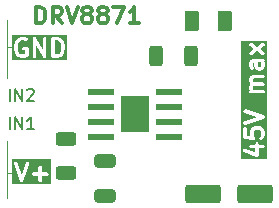
<source format=gtp>
G04 #@! TF.GenerationSoftware,KiCad,Pcbnew,8.0.5*
G04 #@! TF.CreationDate,2024-10-21T19:45:19-04:00*
G04 #@! TF.ProjectId,DRV8871_PCB,44525638-3837-4315-9f50-43422e6b6963,rev?*
G04 #@! TF.SameCoordinates,Original*
G04 #@! TF.FileFunction,Paste,Top*
G04 #@! TF.FilePolarity,Positive*
%FSLAX46Y46*%
G04 Gerber Fmt 4.6, Leading zero omitted, Abs format (unit mm)*
G04 Created by KiCad (PCBNEW 8.0.5) date 2024-10-21 19:45:19*
%MOMM*%
%LPD*%
G01*
G04 APERTURE LIST*
G04 Aperture macros list*
%AMRoundRect*
0 Rectangle with rounded corners*
0 $1 Rounding radius*
0 $2 $3 $4 $5 $6 $7 $8 $9 X,Y pos of 4 corners*
0 Add a 4 corners polygon primitive as box body*
4,1,4,$2,$3,$4,$5,$6,$7,$8,$9,$2,$3,0*
0 Add four circle primitives for the rounded corners*
1,1,$1+$1,$2,$3*
1,1,$1+$1,$4,$5*
1,1,$1+$1,$6,$7*
1,1,$1+$1,$8,$9*
0 Add four rect primitives between the rounded corners*
20,1,$1+$1,$2,$3,$4,$5,0*
20,1,$1+$1,$4,$5,$6,$7,0*
20,1,$1+$1,$6,$7,$8,$9,0*
20,1,$1+$1,$8,$9,$2,$3,0*%
G04 Aperture macros list end*
%ADD10C,0.100000*%
%ADD11C,0.300000*%
%ADD12C,0.150000*%
%ADD13RoundRect,0.250000X0.650000X-0.325000X0.650000X0.325000X-0.650000X0.325000X-0.650000X-0.325000X0*%
%ADD14R,2.400000X3.100000*%
%ADD15R,2.200000X0.500000*%
%ADD16RoundRect,0.250000X-0.375000X-0.625000X0.375000X-0.625000X0.375000X0.625000X-0.375000X0.625000X0*%
%ADD17RoundRect,0.250000X-1.250000X-0.550000X1.250000X-0.550000X1.250000X0.550000X-1.250000X0.550000X0*%
%ADD18RoundRect,0.250000X0.312500X0.625000X-0.312500X0.625000X-0.312500X-0.625000X0.312500X-0.625000X0*%
%ADD19RoundRect,0.250000X-0.625000X0.312500X-0.625000X-0.312500X0.625000X-0.312500X0.625000X0.312500X0*%
G04 APERTURE END LIST*
D10*
X3810000Y-12573000D02*
X3810000Y-17399000D01*
X3810000Y-2286000D02*
X3810000Y-7239000D01*
X4318000Y-15240000D02*
X3810000Y-15240000D01*
X3810000Y-4572000D02*
X4318000Y-4572000D01*
D11*
X6244987Y-2607433D02*
X6244987Y-1210433D01*
X6244987Y-1210433D02*
X6577606Y-1210433D01*
X6577606Y-1210433D02*
X6777177Y-1276957D01*
X6777177Y-1276957D02*
X6910225Y-1410005D01*
X6910225Y-1410005D02*
X6976748Y-1543052D01*
X6976748Y-1543052D02*
X7043272Y-1809148D01*
X7043272Y-1809148D02*
X7043272Y-2008719D01*
X7043272Y-2008719D02*
X6976748Y-2274814D01*
X6976748Y-2274814D02*
X6910225Y-2407862D01*
X6910225Y-2407862D02*
X6777177Y-2540910D01*
X6777177Y-2540910D02*
X6577606Y-2607433D01*
X6577606Y-2607433D02*
X6244987Y-2607433D01*
X8440272Y-2607433D02*
X7974606Y-1942195D01*
X7641987Y-2607433D02*
X7641987Y-1210433D01*
X7641987Y-1210433D02*
X8174177Y-1210433D01*
X8174177Y-1210433D02*
X8307225Y-1276957D01*
X8307225Y-1276957D02*
X8373748Y-1343481D01*
X8373748Y-1343481D02*
X8440272Y-1476529D01*
X8440272Y-1476529D02*
X8440272Y-1676100D01*
X8440272Y-1676100D02*
X8373748Y-1809148D01*
X8373748Y-1809148D02*
X8307225Y-1875671D01*
X8307225Y-1875671D02*
X8174177Y-1942195D01*
X8174177Y-1942195D02*
X7641987Y-1942195D01*
X8839415Y-1210433D02*
X9305082Y-2607433D01*
X9305082Y-2607433D02*
X9770748Y-1210433D01*
X10435987Y-1809148D02*
X10302939Y-1742624D01*
X10302939Y-1742624D02*
X10236416Y-1676100D01*
X10236416Y-1676100D02*
X10169892Y-1543052D01*
X10169892Y-1543052D02*
X10169892Y-1476529D01*
X10169892Y-1476529D02*
X10236416Y-1343481D01*
X10236416Y-1343481D02*
X10302939Y-1276957D01*
X10302939Y-1276957D02*
X10435987Y-1210433D01*
X10435987Y-1210433D02*
X10702082Y-1210433D01*
X10702082Y-1210433D02*
X10835130Y-1276957D01*
X10835130Y-1276957D02*
X10901654Y-1343481D01*
X10901654Y-1343481D02*
X10968177Y-1476529D01*
X10968177Y-1476529D02*
X10968177Y-1543052D01*
X10968177Y-1543052D02*
X10901654Y-1676100D01*
X10901654Y-1676100D02*
X10835130Y-1742624D01*
X10835130Y-1742624D02*
X10702082Y-1809148D01*
X10702082Y-1809148D02*
X10435987Y-1809148D01*
X10435987Y-1809148D02*
X10302939Y-1875671D01*
X10302939Y-1875671D02*
X10236416Y-1942195D01*
X10236416Y-1942195D02*
X10169892Y-2075243D01*
X10169892Y-2075243D02*
X10169892Y-2341338D01*
X10169892Y-2341338D02*
X10236416Y-2474386D01*
X10236416Y-2474386D02*
X10302939Y-2540910D01*
X10302939Y-2540910D02*
X10435987Y-2607433D01*
X10435987Y-2607433D02*
X10702082Y-2607433D01*
X10702082Y-2607433D02*
X10835130Y-2540910D01*
X10835130Y-2540910D02*
X10901654Y-2474386D01*
X10901654Y-2474386D02*
X10968177Y-2341338D01*
X10968177Y-2341338D02*
X10968177Y-2075243D01*
X10968177Y-2075243D02*
X10901654Y-1942195D01*
X10901654Y-1942195D02*
X10835130Y-1875671D01*
X10835130Y-1875671D02*
X10702082Y-1809148D01*
X11766463Y-1809148D02*
X11633415Y-1742624D01*
X11633415Y-1742624D02*
X11566892Y-1676100D01*
X11566892Y-1676100D02*
X11500368Y-1543052D01*
X11500368Y-1543052D02*
X11500368Y-1476529D01*
X11500368Y-1476529D02*
X11566892Y-1343481D01*
X11566892Y-1343481D02*
X11633415Y-1276957D01*
X11633415Y-1276957D02*
X11766463Y-1210433D01*
X11766463Y-1210433D02*
X12032558Y-1210433D01*
X12032558Y-1210433D02*
X12165606Y-1276957D01*
X12165606Y-1276957D02*
X12232130Y-1343481D01*
X12232130Y-1343481D02*
X12298653Y-1476529D01*
X12298653Y-1476529D02*
X12298653Y-1543052D01*
X12298653Y-1543052D02*
X12232130Y-1676100D01*
X12232130Y-1676100D02*
X12165606Y-1742624D01*
X12165606Y-1742624D02*
X12032558Y-1809148D01*
X12032558Y-1809148D02*
X11766463Y-1809148D01*
X11766463Y-1809148D02*
X11633415Y-1875671D01*
X11633415Y-1875671D02*
X11566892Y-1942195D01*
X11566892Y-1942195D02*
X11500368Y-2075243D01*
X11500368Y-2075243D02*
X11500368Y-2341338D01*
X11500368Y-2341338D02*
X11566892Y-2474386D01*
X11566892Y-2474386D02*
X11633415Y-2540910D01*
X11633415Y-2540910D02*
X11766463Y-2607433D01*
X11766463Y-2607433D02*
X12032558Y-2607433D01*
X12032558Y-2607433D02*
X12165606Y-2540910D01*
X12165606Y-2540910D02*
X12232130Y-2474386D01*
X12232130Y-2474386D02*
X12298653Y-2341338D01*
X12298653Y-2341338D02*
X12298653Y-2075243D01*
X12298653Y-2075243D02*
X12232130Y-1942195D01*
X12232130Y-1942195D02*
X12165606Y-1875671D01*
X12165606Y-1875671D02*
X12032558Y-1809148D01*
X12764320Y-1210433D02*
X13695653Y-1210433D01*
X13695653Y-1210433D02*
X13096939Y-2607433D01*
X14959605Y-2607433D02*
X14161320Y-2607433D01*
X14560463Y-2607433D02*
X14560463Y-1210433D01*
X14560463Y-1210433D02*
X14427415Y-1410005D01*
X14427415Y-1410005D02*
X14294367Y-1543052D01*
X14294367Y-1543052D02*
X14161320Y-1609576D01*
G36*
X25304828Y-5919185D02*
G01*
X25304828Y-6205509D01*
X25271596Y-6271972D01*
X25205133Y-6305204D01*
X25133095Y-6305204D01*
X25066630Y-6271972D01*
X25033400Y-6205509D01*
X25033400Y-5890919D01*
X25290695Y-5890919D01*
X25304828Y-5919185D01*
G37*
G36*
X25771495Y-14056406D02*
G01*
X23567911Y-14056406D01*
X23567911Y-13365013D01*
X23734578Y-13365013D01*
X23738727Y-13423394D01*
X23764901Y-13475741D01*
X23809115Y-13514088D01*
X23835966Y-13526076D01*
X24907393Y-13883219D01*
X24921902Y-13886518D01*
X24925564Y-13888035D01*
X24928573Y-13888035D01*
X24936067Y-13889739D01*
X24960044Y-13888035D01*
X24984092Y-13888035D01*
X24989072Y-13885971D01*
X24994447Y-13885590D01*
X25015946Y-13874840D01*
X25038164Y-13865637D01*
X25041975Y-13861825D01*
X25046794Y-13859416D01*
X25062542Y-13841258D01*
X25079548Y-13824253D01*
X25081610Y-13819273D01*
X25085142Y-13815202D01*
X25092743Y-13792397D01*
X25101946Y-13770181D01*
X25102699Y-13762527D01*
X25103650Y-13759677D01*
X25103369Y-13755728D01*
X25104828Y-13740917D01*
X25104828Y-13176632D01*
X25454828Y-13176632D01*
X25484092Y-13173750D01*
X25538164Y-13151352D01*
X25579548Y-13109968D01*
X25601946Y-13055896D01*
X25601946Y-12997368D01*
X25579548Y-12943296D01*
X25538164Y-12901912D01*
X25484092Y-12879514D01*
X25454828Y-12876632D01*
X25104828Y-12876632D01*
X25104828Y-12812346D01*
X25101946Y-12783082D01*
X25079548Y-12729010D01*
X25038164Y-12687626D01*
X24984092Y-12665228D01*
X24925564Y-12665228D01*
X24871492Y-12687626D01*
X24830108Y-12729010D01*
X24807710Y-12783082D01*
X24804828Y-12812346D01*
X24804828Y-12876632D01*
X24454828Y-12876632D01*
X24425564Y-12879514D01*
X24371492Y-12901912D01*
X24330108Y-12943296D01*
X24307710Y-12997368D01*
X24307710Y-13055896D01*
X24330108Y-13109968D01*
X24371492Y-13151352D01*
X24425564Y-13173750D01*
X24454828Y-13176632D01*
X24804828Y-13176632D01*
X24804828Y-13532802D01*
X23930834Y-13241472D01*
X23902161Y-13234952D01*
X23843780Y-13239101D01*
X23791433Y-13265275D01*
X23753086Y-13309489D01*
X23734578Y-13365013D01*
X23567911Y-13365013D01*
X23567911Y-11526632D01*
X23804828Y-11526632D01*
X23804828Y-12240918D01*
X23805893Y-12251740D01*
X23805528Y-12255398D01*
X23806605Y-12258970D01*
X23807710Y-12270182D01*
X23816101Y-12290441D01*
X23822435Y-12311430D01*
X23827216Y-12317274D01*
X23830108Y-12324254D01*
X23845613Y-12339759D01*
X23859496Y-12356727D01*
X23866151Y-12360297D01*
X23871492Y-12365638D01*
X23891749Y-12374029D01*
X23911071Y-12384394D01*
X23922118Y-12386608D01*
X23925564Y-12388036D01*
X23929238Y-12388036D01*
X23939903Y-12390174D01*
X24654188Y-12461602D01*
X24683594Y-12461646D01*
X24690828Y-12459463D01*
X24698378Y-12459463D01*
X24718631Y-12451073D01*
X24739626Y-12444739D01*
X24745470Y-12439956D01*
X24752450Y-12437066D01*
X24767956Y-12421558D01*
X24784922Y-12407678D01*
X24788492Y-12401022D01*
X24793835Y-12395680D01*
X24802225Y-12375422D01*
X24812590Y-12356103D01*
X24813341Y-12348586D01*
X24816232Y-12341608D01*
X24816231Y-12319682D01*
X24818413Y-12297866D01*
X24816231Y-12290634D01*
X24816231Y-12283082D01*
X24807840Y-12262825D01*
X24801507Y-12241834D01*
X24796724Y-12235988D01*
X24793834Y-12229010D01*
X24775179Y-12206279D01*
X24720962Y-12152062D01*
X24676257Y-12062651D01*
X24676257Y-11776327D01*
X24720962Y-11686915D01*
X24757968Y-11649909D01*
X24847381Y-11605203D01*
X25133704Y-11605203D01*
X25223117Y-11649910D01*
X25260121Y-11686914D01*
X25304828Y-11776327D01*
X25304828Y-12062651D01*
X25260122Y-12152063D01*
X25205906Y-12206279D01*
X25187251Y-12229010D01*
X25164853Y-12283082D01*
X25164853Y-12341608D01*
X25187250Y-12395680D01*
X25228635Y-12437066D01*
X25282707Y-12459464D01*
X25341233Y-12459464D01*
X25395305Y-12437067D01*
X25418036Y-12418413D01*
X25489465Y-12346985D01*
X25498907Y-12335479D01*
X25501899Y-12332885D01*
X25504738Y-12328374D01*
X25508120Y-12324254D01*
X25509635Y-12320594D01*
X25517564Y-12308000D01*
X25588992Y-12165142D01*
X25599502Y-12137679D01*
X25599883Y-12132303D01*
X25601946Y-12127325D01*
X25604828Y-12098061D01*
X25604828Y-11740918D01*
X25601946Y-11711654D01*
X25599883Y-11706675D01*
X25599502Y-11701300D01*
X25588992Y-11673837D01*
X25517564Y-11530979D01*
X25509637Y-11518387D01*
X25508121Y-11514726D01*
X25504737Y-11510603D01*
X25501899Y-11506094D01*
X25498907Y-11503499D01*
X25489466Y-11491995D01*
X25418037Y-11420566D01*
X25406535Y-11411126D01*
X25403939Y-11408133D01*
X25399425Y-11405292D01*
X25395306Y-11401911D01*
X25391646Y-11400395D01*
X25379053Y-11392468D01*
X25236196Y-11321039D01*
X25208733Y-11310530D01*
X25203358Y-11310148D01*
X25198378Y-11308085D01*
X25169114Y-11305203D01*
X24811971Y-11305203D01*
X24782707Y-11308085D01*
X24777726Y-11310148D01*
X24772352Y-11310530D01*
X24744888Y-11321039D01*
X24602032Y-11392468D01*
X24589438Y-11400395D01*
X24585779Y-11401911D01*
X24581659Y-11405292D01*
X24577146Y-11408133D01*
X24574549Y-11411127D01*
X24563048Y-11420566D01*
X24491619Y-11491995D01*
X24482179Y-11503496D01*
X24479186Y-11506093D01*
X24476345Y-11510606D01*
X24472964Y-11514726D01*
X24471448Y-11518385D01*
X24463521Y-11530979D01*
X24392093Y-11673836D01*
X24381583Y-11701300D01*
X24381201Y-11706675D01*
X24379139Y-11711654D01*
X24376257Y-11740918D01*
X24376257Y-12098061D01*
X24379139Y-12127325D01*
X24381201Y-12132303D01*
X24381237Y-12132810D01*
X24104828Y-12105169D01*
X24104828Y-11526632D01*
X24101946Y-11497368D01*
X24079548Y-11443296D01*
X24038164Y-11401912D01*
X23984092Y-11379514D01*
X23925564Y-11379514D01*
X23871492Y-11401912D01*
X23830108Y-11443296D01*
X23807710Y-11497368D01*
X23804828Y-11526632D01*
X23567911Y-11526632D01*
X23567911Y-10007871D01*
X23806006Y-10007871D01*
X23810155Y-10066252D01*
X23836329Y-10118599D01*
X23880543Y-10156946D01*
X23907394Y-10168934D01*
X24980485Y-10526632D01*
X23907394Y-10884330D01*
X23880543Y-10896318D01*
X23836329Y-10934665D01*
X23810155Y-10987012D01*
X23806006Y-11045393D01*
X23824514Y-11100917D01*
X23862861Y-11145131D01*
X23915208Y-11171305D01*
X23973589Y-11175454D01*
X24002262Y-11168934D01*
X25502262Y-10668934D01*
X25529113Y-10656946D01*
X25537210Y-10649923D01*
X25546795Y-10645131D01*
X25559116Y-10630924D01*
X25573328Y-10618599D01*
X25578121Y-10609011D01*
X25585142Y-10600917D01*
X25591090Y-10583072D01*
X25599501Y-10566251D01*
X25600260Y-10555563D01*
X25603651Y-10545393D01*
X25602317Y-10526632D01*
X25603651Y-10507871D01*
X25600260Y-10497700D01*
X25599501Y-10487013D01*
X25591090Y-10470191D01*
X25585142Y-10452347D01*
X25578121Y-10444252D01*
X25573328Y-10434665D01*
X25559116Y-10422339D01*
X25546795Y-10408133D01*
X25537210Y-10403340D01*
X25529113Y-10396318D01*
X25502262Y-10384330D01*
X24002262Y-9884330D01*
X23973589Y-9877810D01*
X23915208Y-9881959D01*
X23862861Y-9908133D01*
X23824514Y-9952347D01*
X23806006Y-10007871D01*
X23567911Y-10007871D01*
X23567911Y-7312347D01*
X24304828Y-7312347D01*
X24304828Y-7526633D01*
X24307710Y-7555897D01*
X24309773Y-7560877D01*
X24310155Y-7566252D01*
X24320664Y-7593715D01*
X24392093Y-7736572D01*
X24394828Y-7740918D01*
X24392093Y-7745265D01*
X24320664Y-7888122D01*
X24310155Y-7915585D01*
X24309773Y-7920959D01*
X24307710Y-7925940D01*
X24304828Y-7955204D01*
X24304828Y-8169490D01*
X24307710Y-8198754D01*
X24309773Y-8203734D01*
X24310155Y-8209109D01*
X24320664Y-8236572D01*
X24345101Y-8285446D01*
X24330108Y-8300440D01*
X24307710Y-8354512D01*
X24307710Y-8413040D01*
X24330108Y-8467112D01*
X24371492Y-8508496D01*
X24425564Y-8530894D01*
X24454828Y-8533776D01*
X25454828Y-8533776D01*
X25484092Y-8530894D01*
X25538164Y-8508496D01*
X25579548Y-8467112D01*
X25601946Y-8413040D01*
X25601946Y-8354512D01*
X25579548Y-8300440D01*
X25538164Y-8259056D01*
X25484092Y-8236658D01*
X25454828Y-8233776D01*
X24659818Y-8233776D01*
X24649535Y-8223494D01*
X24604828Y-8134079D01*
X24604828Y-7990614D01*
X24638060Y-7924150D01*
X24704524Y-7890919D01*
X25454828Y-7890919D01*
X25484092Y-7888037D01*
X25538164Y-7865639D01*
X25579548Y-7824255D01*
X25601946Y-7770183D01*
X25601946Y-7711655D01*
X25579548Y-7657583D01*
X25538164Y-7616199D01*
X25484092Y-7593801D01*
X25454828Y-7590919D01*
X24704524Y-7590919D01*
X24638060Y-7557687D01*
X24604828Y-7491222D01*
X24604828Y-7347757D01*
X24638060Y-7281292D01*
X24704524Y-7248061D01*
X25454828Y-7248061D01*
X25484092Y-7245179D01*
X25538164Y-7222781D01*
X25579548Y-7181397D01*
X25601946Y-7127325D01*
X25601946Y-7068797D01*
X25579548Y-7014725D01*
X25538164Y-6973341D01*
X25484092Y-6950943D01*
X25454828Y-6948061D01*
X24669114Y-6948061D01*
X24639850Y-6950943D01*
X24634869Y-6953006D01*
X24629495Y-6953388D01*
X24602031Y-6963897D01*
X24459175Y-7035326D01*
X24454280Y-7038406D01*
X24451973Y-7039176D01*
X24449098Y-7041668D01*
X24434289Y-7050991D01*
X24421965Y-7065200D01*
X24407758Y-7077522D01*
X24398438Y-7092327D01*
X24395942Y-7095206D01*
X24395171Y-7097517D01*
X24392093Y-7102408D01*
X24320664Y-7245265D01*
X24310155Y-7272728D01*
X24309773Y-7278102D01*
X24307710Y-7283083D01*
X24304828Y-7312347D01*
X23567911Y-7312347D01*
X23567911Y-5955204D01*
X24304828Y-5955204D01*
X24304828Y-6240919D01*
X24307710Y-6270183D01*
X24309773Y-6275163D01*
X24310155Y-6280538D01*
X24320664Y-6308001D01*
X24392093Y-6450858D01*
X24407758Y-6475744D01*
X24451973Y-6514090D01*
X24507496Y-6532598D01*
X24565876Y-6528449D01*
X24618225Y-6502275D01*
X24656572Y-6458059D01*
X24675079Y-6402537D01*
X24670930Y-6344157D01*
X24660421Y-6316693D01*
X24604828Y-6205508D01*
X24604828Y-5990614D01*
X24638060Y-5924150D01*
X24704524Y-5890919D01*
X24719266Y-5890919D01*
X24733400Y-5919186D01*
X24733400Y-6240919D01*
X24736282Y-6270183D01*
X24738344Y-6275161D01*
X24738726Y-6280537D01*
X24749236Y-6308001D01*
X24820664Y-6450858D01*
X24823744Y-6455752D01*
X24824514Y-6458060D01*
X24827006Y-6460933D01*
X24836329Y-6475744D01*
X24850540Y-6488068D01*
X24862861Y-6502275D01*
X24877668Y-6511596D01*
X24880544Y-6514090D01*
X24882852Y-6514859D01*
X24887746Y-6517940D01*
X25030604Y-6589368D01*
X25058067Y-6599878D01*
X25063442Y-6600259D01*
X25068421Y-6602322D01*
X25097685Y-6605204D01*
X25240542Y-6605204D01*
X25269806Y-6602322D01*
X25274784Y-6600259D01*
X25280160Y-6599878D01*
X25307623Y-6589368D01*
X25450482Y-6517940D01*
X25455375Y-6514859D01*
X25457684Y-6514090D01*
X25460558Y-6511596D01*
X25475367Y-6502275D01*
X25487691Y-6488065D01*
X25501899Y-6475743D01*
X25511218Y-6460938D01*
X25513714Y-6458061D01*
X25514484Y-6455750D01*
X25517564Y-6450858D01*
X25588992Y-6308000D01*
X25599502Y-6280537D01*
X25599883Y-6275161D01*
X25601946Y-6270183D01*
X25604828Y-6240919D01*
X25604828Y-5883776D01*
X25601946Y-5854512D01*
X25599883Y-5849533D01*
X25599502Y-5844158D01*
X25588992Y-5816695D01*
X25585539Y-5809790D01*
X25601946Y-5770183D01*
X25601946Y-5711655D01*
X25579548Y-5657583D01*
X25538164Y-5616199D01*
X25484092Y-5593801D01*
X25454828Y-5590919D01*
X24669114Y-5590919D01*
X24639850Y-5593801D01*
X24634871Y-5595863D01*
X24629496Y-5596245D01*
X24602033Y-5606755D01*
X24459175Y-5678183D01*
X24454281Y-5681263D01*
X24451973Y-5682033D01*
X24449097Y-5684526D01*
X24434290Y-5693848D01*
X24421969Y-5708054D01*
X24407758Y-5720379D01*
X24398435Y-5735189D01*
X24395943Y-5738063D01*
X24395173Y-5740370D01*
X24392093Y-5745265D01*
X24320664Y-5888122D01*
X24310155Y-5915585D01*
X24309773Y-5920959D01*
X24307710Y-5925940D01*
X24304828Y-5955204D01*
X23567911Y-5955204D01*
X23567911Y-4372250D01*
X24305272Y-4372250D01*
X24312245Y-4430359D01*
X24340925Y-4481378D01*
X24362155Y-4501724D01*
X24712038Y-4776633D01*
X24362155Y-5051542D01*
X24340925Y-5071888D01*
X24312245Y-5122907D01*
X24305272Y-5181016D01*
X24321066Y-5237372D01*
X24357226Y-5283393D01*
X24408245Y-5312073D01*
X24466354Y-5319046D01*
X24522710Y-5303252D01*
X24547501Y-5287438D01*
X24954827Y-4967395D01*
X25362154Y-5287438D01*
X25386946Y-5303251D01*
X25443302Y-5319046D01*
X25501411Y-5312073D01*
X25552429Y-5283393D01*
X25588589Y-5237372D01*
X25604384Y-5181016D01*
X25597411Y-5122907D01*
X25568731Y-5071888D01*
X25547501Y-5051542D01*
X25197616Y-4776633D01*
X25547501Y-4501724D01*
X25568731Y-4481378D01*
X25597411Y-4430359D01*
X25604384Y-4372250D01*
X25588589Y-4315894D01*
X25552429Y-4269873D01*
X25501411Y-4241193D01*
X25443302Y-4234220D01*
X25386946Y-4250015D01*
X25362154Y-4265828D01*
X24954827Y-4585870D01*
X24547501Y-4265828D01*
X24522710Y-4250014D01*
X24466354Y-4234220D01*
X24408245Y-4241193D01*
X24357226Y-4269873D01*
X24321066Y-4315894D01*
X24305272Y-4372250D01*
X23567911Y-4372250D01*
X23567911Y-4067553D01*
X25771495Y-4067553D01*
X25771495Y-14056406D01*
G37*
D12*
X4019779Y-9140819D02*
X4019779Y-8140819D01*
X4495969Y-9140819D02*
X4495969Y-8140819D01*
X4495969Y-8140819D02*
X5067397Y-9140819D01*
X5067397Y-9140819D02*
X5067397Y-8140819D01*
X5495969Y-8236057D02*
X5543588Y-8188438D01*
X5543588Y-8188438D02*
X5638826Y-8140819D01*
X5638826Y-8140819D02*
X5876921Y-8140819D01*
X5876921Y-8140819D02*
X5972159Y-8188438D01*
X5972159Y-8188438D02*
X6019778Y-8236057D01*
X6019778Y-8236057D02*
X6067397Y-8331295D01*
X6067397Y-8331295D02*
X6067397Y-8426533D01*
X6067397Y-8426533D02*
X6019778Y-8569390D01*
X6019778Y-8569390D02*
X5448350Y-9140819D01*
X5448350Y-9140819D02*
X6067397Y-9140819D01*
D11*
G36*
X7487867Y-16245318D02*
G01*
X4215736Y-16245318D01*
X4215736Y-14448589D01*
X4382403Y-14448589D01*
X4388923Y-14477262D01*
X4888923Y-15977262D01*
X4900911Y-16004113D01*
X4907933Y-16012210D01*
X4912726Y-16021795D01*
X4926932Y-16034116D01*
X4939258Y-16048328D01*
X4948845Y-16053121D01*
X4956940Y-16060142D01*
X4974782Y-16066089D01*
X4991606Y-16074501D01*
X5002296Y-16075260D01*
X5012464Y-16078650D01*
X5031220Y-16077317D01*
X5049986Y-16078651D01*
X5060156Y-16075260D01*
X5070845Y-16074501D01*
X5087666Y-16066090D01*
X5105510Y-16060142D01*
X5113606Y-16053119D01*
X5123192Y-16048327D01*
X5135515Y-16034118D01*
X5149724Y-16021795D01*
X5154516Y-16012209D01*
X5161539Y-16004113D01*
X5173527Y-15977262D01*
X5389569Y-15329136D01*
X5884106Y-15329136D01*
X5884106Y-15387664D01*
X5906504Y-15441736D01*
X5947888Y-15483120D01*
X6001960Y-15505518D01*
X6031224Y-15508400D01*
X6452653Y-15508400D01*
X6452653Y-15929828D01*
X6455535Y-15959092D01*
X6477933Y-16013164D01*
X6519317Y-16054548D01*
X6573389Y-16076946D01*
X6631917Y-16076946D01*
X6685989Y-16054548D01*
X6727373Y-16013164D01*
X6749771Y-15959092D01*
X6752653Y-15929828D01*
X6752653Y-15508400D01*
X7174082Y-15508400D01*
X7203346Y-15505518D01*
X7257418Y-15483120D01*
X7298802Y-15441736D01*
X7321200Y-15387664D01*
X7321200Y-15329136D01*
X7298802Y-15275064D01*
X7257418Y-15233680D01*
X7203346Y-15211282D01*
X7174082Y-15208400D01*
X6752653Y-15208400D01*
X6752653Y-14786971D01*
X6749771Y-14757707D01*
X6727373Y-14703635D01*
X6685989Y-14662251D01*
X6631917Y-14639853D01*
X6573389Y-14639853D01*
X6519317Y-14662251D01*
X6477933Y-14703635D01*
X6455535Y-14757707D01*
X6452653Y-14786971D01*
X6452653Y-15208400D01*
X6031224Y-15208400D01*
X6001960Y-15211282D01*
X5947888Y-15233680D01*
X5906504Y-15275064D01*
X5884106Y-15329136D01*
X5389569Y-15329136D01*
X5673528Y-14477262D01*
X5680048Y-14448588D01*
X5675898Y-14390208D01*
X5649724Y-14337861D01*
X5605510Y-14299514D01*
X5549986Y-14281005D01*
X5491606Y-14285155D01*
X5439258Y-14311328D01*
X5400911Y-14355543D01*
X5388923Y-14382394D01*
X5031225Y-15455486D01*
X4673527Y-14382394D01*
X4661539Y-14355543D01*
X4623192Y-14311329D01*
X4570845Y-14285155D01*
X4512464Y-14281006D01*
X4456940Y-14299514D01*
X4412726Y-14337861D01*
X4386552Y-14390208D01*
X4382403Y-14448589D01*
X4215736Y-14448589D01*
X4215736Y-14114338D01*
X7487867Y-14114338D01*
X7487867Y-16245318D01*
G37*
G36*
X8180340Y-4091361D02*
G01*
X8280947Y-4191968D01*
X8334126Y-4298327D01*
X8397082Y-4550148D01*
X8397082Y-4727507D01*
X8334126Y-4979328D01*
X8280947Y-5085688D01*
X8180341Y-5186294D01*
X8022739Y-5238828D01*
X7839939Y-5238828D01*
X7839939Y-4038828D01*
X8022742Y-4038828D01*
X8180340Y-4091361D01*
G37*
G36*
X8863749Y-5705495D02*
G01*
X4230415Y-5705495D01*
X4230415Y-4531685D01*
X4397082Y-4531685D01*
X4397082Y-4745971D01*
X4397584Y-4751074D01*
X4397259Y-4753262D01*
X4398878Y-4764212D01*
X4399964Y-4775235D01*
X4400811Y-4777279D01*
X4401561Y-4782351D01*
X4472989Y-5068065D01*
X4473760Y-5070223D01*
X4473837Y-5071304D01*
X4478495Y-5083478D01*
X4482882Y-5095756D01*
X4483526Y-5096626D01*
X4484346Y-5098767D01*
X4555775Y-5241624D01*
X4563702Y-5254217D01*
X4565218Y-5257877D01*
X4568599Y-5261996D01*
X4571440Y-5266510D01*
X4574433Y-5269106D01*
X4583873Y-5280608D01*
X4726730Y-5423466D01*
X4749460Y-5442121D01*
X4754439Y-5444183D01*
X4758511Y-5447715D01*
X4785362Y-5459703D01*
X4999648Y-5531131D01*
X5014160Y-5534430D01*
X5017818Y-5535946D01*
X5023120Y-5536468D01*
X5028322Y-5537651D01*
X5032276Y-5537369D01*
X5047082Y-5538828D01*
X5189939Y-5538828D01*
X5204744Y-5537369D01*
X5208699Y-5537651D01*
X5213900Y-5536468D01*
X5219203Y-5535946D01*
X5222860Y-5534430D01*
X5237373Y-5531131D01*
X5451659Y-5459703D01*
X5478510Y-5447715D01*
X5482583Y-5444181D01*
X5487561Y-5442120D01*
X5510292Y-5423465D01*
X5581720Y-5352036D01*
X5600374Y-5329306D01*
X5620545Y-5280608D01*
X5622771Y-5275235D01*
X5625653Y-5245971D01*
X5625653Y-4745971D01*
X5622771Y-4716707D01*
X5600373Y-4662635D01*
X5558989Y-4621251D01*
X5504917Y-4598853D01*
X5475653Y-4595971D01*
X5189939Y-4595971D01*
X5160675Y-4598853D01*
X5106603Y-4621251D01*
X5065219Y-4662635D01*
X5042821Y-4716707D01*
X5042821Y-4775235D01*
X5065219Y-4829307D01*
X5106603Y-4870691D01*
X5160675Y-4893089D01*
X5189939Y-4895971D01*
X5325653Y-4895971D01*
X5325653Y-5183839D01*
X5323198Y-5186294D01*
X5165596Y-5238828D01*
X5071425Y-5238828D01*
X4913822Y-5186294D01*
X4813217Y-5085688D01*
X4760036Y-4979328D01*
X4697082Y-4727507D01*
X4697082Y-4550148D01*
X4760036Y-4298327D01*
X4813217Y-4191967D01*
X4913823Y-4091361D01*
X5071425Y-4038828D01*
X5225958Y-4038828D01*
X5337142Y-4094421D01*
X5364606Y-4104930D01*
X5422986Y-4109079D01*
X5478508Y-4090572D01*
X5522724Y-4052225D01*
X5548898Y-3999876D01*
X5553047Y-3941496D01*
X5535491Y-3888828D01*
X5968510Y-3888828D01*
X5968510Y-5388828D01*
X5971392Y-5418092D01*
X5993790Y-5472164D01*
X6035174Y-5513548D01*
X6089246Y-5535946D01*
X6147774Y-5535946D01*
X6201846Y-5513548D01*
X6243230Y-5472164D01*
X6265628Y-5418092D01*
X6268510Y-5388828D01*
X6268510Y-4453661D01*
X6845417Y-5463249D01*
X6849794Y-5469416D01*
X6850933Y-5472164D01*
X6853732Y-5474963D01*
X6862438Y-5487227D01*
X6878211Y-5499442D01*
X6892317Y-5513548D01*
X6901150Y-5517206D01*
X6908712Y-5523063D01*
X6927960Y-5528312D01*
X6946389Y-5535946D01*
X6955951Y-5535946D01*
X6965176Y-5538462D01*
X6984967Y-5535946D01*
X7004917Y-5535946D01*
X7013750Y-5532286D01*
X7023236Y-5531081D01*
X7040558Y-5521182D01*
X7058989Y-5513548D01*
X7065749Y-5506787D01*
X7074052Y-5502043D01*
X7086265Y-5486271D01*
X7100373Y-5472164D01*
X7104032Y-5463328D01*
X7109887Y-5455769D01*
X7115135Y-5436524D01*
X7122771Y-5418092D01*
X7124244Y-5403127D01*
X7125287Y-5399306D01*
X7124911Y-5396354D01*
X7125653Y-5388828D01*
X7125653Y-3888828D01*
X7539939Y-3888828D01*
X7539939Y-5388828D01*
X7542821Y-5418092D01*
X7565219Y-5472164D01*
X7606603Y-5513548D01*
X7660675Y-5535946D01*
X7689939Y-5538828D01*
X8047082Y-5538828D01*
X8061887Y-5537369D01*
X8065842Y-5537651D01*
X8071043Y-5536468D01*
X8076346Y-5535946D01*
X8080003Y-5534430D01*
X8094516Y-5531131D01*
X8308802Y-5459703D01*
X8335653Y-5447715D01*
X8339724Y-5444183D01*
X8344704Y-5442121D01*
X8367434Y-5423466D01*
X8510291Y-5280608D01*
X8519729Y-5269106D01*
X8522724Y-5266510D01*
X8525564Y-5261996D01*
X8528946Y-5257877D01*
X8530461Y-5254217D01*
X8538389Y-5241624D01*
X8609818Y-5098768D01*
X8610637Y-5096625D01*
X8611282Y-5095756D01*
X8615666Y-5083484D01*
X8620327Y-5071304D01*
X8620403Y-5070223D01*
X8621175Y-5068065D01*
X8692603Y-4782351D01*
X8693352Y-4777279D01*
X8694200Y-4775235D01*
X8695285Y-4764212D01*
X8696905Y-4753262D01*
X8696579Y-4751074D01*
X8697082Y-4745971D01*
X8697082Y-4531685D01*
X8696579Y-4526581D01*
X8696905Y-4524394D01*
X8695285Y-4513443D01*
X8694200Y-4502421D01*
X8693352Y-4500376D01*
X8692603Y-4495305D01*
X8621175Y-4209591D01*
X8620403Y-4207432D01*
X8620327Y-4206352D01*
X8615666Y-4194171D01*
X8611282Y-4181900D01*
X8610637Y-4181030D01*
X8609818Y-4178888D01*
X8538389Y-4036032D01*
X8530462Y-4023440D01*
X8528946Y-4019778D01*
X8525562Y-4015655D01*
X8522724Y-4011146D01*
X8519731Y-4008550D01*
X8510291Y-3997048D01*
X8367434Y-3854191D01*
X8344703Y-3835536D01*
X8339723Y-3833473D01*
X8335653Y-3829943D01*
X8308802Y-3817954D01*
X8094516Y-3746526D01*
X8080008Y-3743227D01*
X8076346Y-3741710D01*
X8071037Y-3741187D01*
X8065843Y-3740006D01*
X8061893Y-3740286D01*
X8047082Y-3738828D01*
X7689939Y-3738828D01*
X7660675Y-3741710D01*
X7606603Y-3764108D01*
X7565219Y-3805492D01*
X7542821Y-3859564D01*
X7539939Y-3888828D01*
X7125653Y-3888828D01*
X7122771Y-3859564D01*
X7100373Y-3805492D01*
X7058989Y-3764108D01*
X7004917Y-3741710D01*
X6946389Y-3741710D01*
X6892317Y-3764108D01*
X6850933Y-3805492D01*
X6828535Y-3859564D01*
X6825653Y-3888828D01*
X6825653Y-4823992D01*
X6248746Y-3814407D01*
X6244368Y-3808239D01*
X6243230Y-3805492D01*
X6240430Y-3802692D01*
X6231725Y-3790429D01*
X6215953Y-3778215D01*
X6201846Y-3764108D01*
X6193010Y-3760448D01*
X6185451Y-3754594D01*
X6166206Y-3749345D01*
X6147774Y-3741710D01*
X6138212Y-3741710D01*
X6128987Y-3739194D01*
X6109196Y-3741710D01*
X6089246Y-3741710D01*
X6080412Y-3745369D01*
X6070927Y-3746575D01*
X6053604Y-3756473D01*
X6035174Y-3764108D01*
X6028413Y-3770868D01*
X6020111Y-3775613D01*
X6007897Y-3791384D01*
X5993790Y-3805492D01*
X5990130Y-3814327D01*
X5984276Y-3821887D01*
X5979027Y-3841131D01*
X5971392Y-3859564D01*
X5969918Y-3874530D01*
X5968876Y-3878351D01*
X5969251Y-3881302D01*
X5968510Y-3888828D01*
X5535491Y-3888828D01*
X5534539Y-3885973D01*
X5496193Y-3841758D01*
X5471307Y-3826093D01*
X5328450Y-3754664D01*
X5300987Y-3744155D01*
X5295612Y-3743773D01*
X5290632Y-3741710D01*
X5261368Y-3738828D01*
X5047082Y-3738828D01*
X5032270Y-3740286D01*
X5028321Y-3740006D01*
X5023126Y-3741187D01*
X5017818Y-3741710D01*
X5014156Y-3743226D01*
X4999647Y-3746526D01*
X4785362Y-3817955D01*
X4758511Y-3829943D01*
X4754441Y-3833472D01*
X4749460Y-3835536D01*
X4726730Y-3854191D01*
X4583873Y-3997048D01*
X4574433Y-4008549D01*
X4571440Y-4011146D01*
X4568599Y-4015659D01*
X4565218Y-4019779D01*
X4563702Y-4023438D01*
X4555775Y-4036032D01*
X4484346Y-4178889D01*
X4483526Y-4181029D01*
X4482882Y-4181900D01*
X4478495Y-4194177D01*
X4473837Y-4206352D01*
X4473760Y-4207432D01*
X4472989Y-4209591D01*
X4401561Y-4495305D01*
X4400811Y-4500376D01*
X4399964Y-4502421D01*
X4398878Y-4513443D01*
X4397259Y-4524394D01*
X4397584Y-4526581D01*
X4397082Y-4531685D01*
X4230415Y-4531685D01*
X4230415Y-3572161D01*
X8863749Y-3572161D01*
X8863749Y-5705495D01*
G37*
D12*
X4019779Y-11553819D02*
X4019779Y-10553819D01*
X4495969Y-11553819D02*
X4495969Y-10553819D01*
X4495969Y-10553819D02*
X5067397Y-11553819D01*
X5067397Y-11553819D02*
X5067397Y-10553819D01*
X6067397Y-11553819D02*
X5495969Y-11553819D01*
X5781683Y-11553819D02*
X5781683Y-10553819D01*
X5781683Y-10553819D02*
X5686445Y-10696676D01*
X5686445Y-10696676D02*
X5591207Y-10791914D01*
X5591207Y-10791914D02*
X5495969Y-10839533D01*
D13*
X12065000Y-17223000D03*
X12065000Y-14273000D03*
D14*
X14651000Y-10287000D03*
D15*
X11776000Y-8382000D03*
X11776000Y-9652000D03*
X11776000Y-10922000D03*
X11776000Y-12192000D03*
X17526000Y-12192000D03*
X17526000Y-10922000D03*
X17526000Y-9652000D03*
X17526000Y-8382000D03*
D16*
X19425000Y-2413000D03*
X22225000Y-2413000D03*
D17*
X20406000Y-17018000D03*
X24806000Y-17018000D03*
D18*
X19369500Y-5334000D03*
X16444500Y-5334000D03*
D19*
X8763000Y-12380500D03*
X8763000Y-15305500D03*
M02*

</source>
